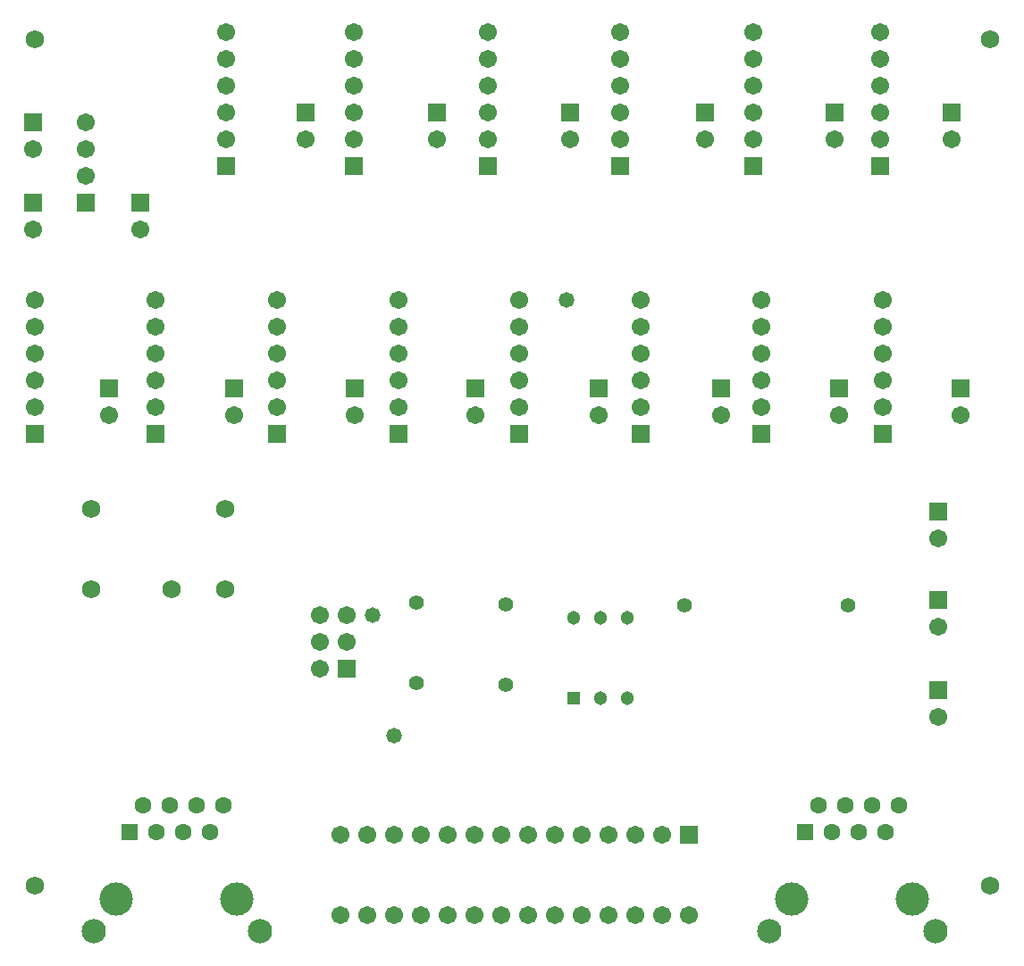
<source format=gbs>
G04*
G04 #@! TF.GenerationSoftware,Altium Limited,Altium Designer,19.0.10 (269)*
G04*
G04 Layer_Color=16711935*
%FSLAX25Y25*%
%MOIN*%
G70*
G01*
G75*
%ADD23C,0.06800*%
%ADD26C,0.06706*%
%ADD27R,0.06706X0.06706*%
%ADD28C,0.09068*%
%ADD29C,0.06312*%
%ADD30R,0.06312X0.06312*%
%ADD31C,0.12414*%
%ADD32R,0.05131X0.05131*%
%ADD33C,0.05131*%
%ADD34C,0.05524*%
%ADD35C,0.06902*%
%ADD36C,0.05800*%
D23*
X17500Y353500D02*
D03*
X374000D02*
D03*
X17500Y37500D02*
D03*
X374000D02*
D03*
D26*
X91846Y213000D02*
D03*
X137000D02*
D03*
X182000D02*
D03*
X228000D02*
D03*
X273500D02*
D03*
X317500D02*
D03*
X363000D02*
D03*
X45342D02*
D03*
X316000Y316000D02*
D03*
X359500D02*
D03*
X267500D02*
D03*
X217346D02*
D03*
X167500D02*
D03*
X118500D02*
D03*
X17000Y282500D02*
D03*
X36500Y322500D02*
D03*
Y312500D02*
D03*
Y302500D02*
D03*
X131500Y26500D02*
D03*
X141500D02*
D03*
X151500D02*
D03*
X161500D02*
D03*
X171500D02*
D03*
X181500D02*
D03*
X191500D02*
D03*
X201500D02*
D03*
X211500D02*
D03*
X221500D02*
D03*
X231500D02*
D03*
X241500D02*
D03*
X251500D02*
D03*
X261500D02*
D03*
X131500Y56500D02*
D03*
X141500D02*
D03*
X151500D02*
D03*
X161500D02*
D03*
X171500D02*
D03*
X181500D02*
D03*
X191500D02*
D03*
X201500D02*
D03*
X211500D02*
D03*
X221500D02*
D03*
X231500D02*
D03*
X241500D02*
D03*
X251500D02*
D03*
X17000Y312500D02*
D03*
X57000Y282500D02*
D03*
X89000Y316000D02*
D03*
Y326000D02*
D03*
Y336000D02*
D03*
Y346000D02*
D03*
Y356000D02*
D03*
X136500Y316000D02*
D03*
Y326000D02*
D03*
Y336000D02*
D03*
Y346000D02*
D03*
Y356000D02*
D03*
X186500Y316000D02*
D03*
Y326000D02*
D03*
Y336000D02*
D03*
Y346000D02*
D03*
Y356000D02*
D03*
X236000Y316000D02*
D03*
Y326000D02*
D03*
Y336000D02*
D03*
Y346000D02*
D03*
Y356000D02*
D03*
X285500Y316000D02*
D03*
Y326000D02*
D03*
Y336000D02*
D03*
Y346000D02*
D03*
Y356000D02*
D03*
X333000Y316000D02*
D03*
Y326000D02*
D03*
Y336000D02*
D03*
Y346000D02*
D03*
Y356000D02*
D03*
X124000Y118500D02*
D03*
X134000Y128500D02*
D03*
X124000D02*
D03*
X134000Y138500D02*
D03*
X124000D02*
D03*
X354500Y100500D02*
D03*
Y134000D02*
D03*
Y167000D02*
D03*
X333804Y216039D02*
D03*
Y226039D02*
D03*
Y236039D02*
D03*
Y246039D02*
D03*
Y256039D02*
D03*
X288618Y216039D02*
D03*
Y226039D02*
D03*
Y236039D02*
D03*
Y246039D02*
D03*
Y256039D02*
D03*
X243432Y216039D02*
D03*
Y226039D02*
D03*
Y236039D02*
D03*
Y246039D02*
D03*
Y256039D02*
D03*
X198245Y216039D02*
D03*
Y226039D02*
D03*
Y236039D02*
D03*
Y246039D02*
D03*
Y256039D02*
D03*
X153059Y216039D02*
D03*
Y226039D02*
D03*
Y236039D02*
D03*
Y246039D02*
D03*
Y256039D02*
D03*
X107873Y216039D02*
D03*
Y226039D02*
D03*
Y236039D02*
D03*
Y246039D02*
D03*
Y256039D02*
D03*
X62686Y216039D02*
D03*
Y226039D02*
D03*
Y236039D02*
D03*
Y246039D02*
D03*
Y256039D02*
D03*
X17500Y216039D02*
D03*
Y226039D02*
D03*
Y236039D02*
D03*
Y246039D02*
D03*
Y256039D02*
D03*
D27*
X91846Y223000D02*
D03*
X137000D02*
D03*
X182000D02*
D03*
X228000D02*
D03*
X273500D02*
D03*
X317500D02*
D03*
X363000D02*
D03*
X45342D02*
D03*
X316000Y326000D02*
D03*
X359500D02*
D03*
X267500D02*
D03*
X217346D02*
D03*
X167500D02*
D03*
X118500D02*
D03*
X17000Y292500D02*
D03*
X36500D02*
D03*
X261500Y56500D02*
D03*
X17000Y322500D02*
D03*
X57000Y292500D02*
D03*
X89000Y306000D02*
D03*
X136500D02*
D03*
X186500D02*
D03*
X236000D02*
D03*
X285500D02*
D03*
X333000D02*
D03*
X134000Y118500D02*
D03*
X354500Y110500D02*
D03*
Y144000D02*
D03*
Y177000D02*
D03*
X333804Y206039D02*
D03*
X288618D02*
D03*
X243432D02*
D03*
X198245D02*
D03*
X153059D02*
D03*
X107873D02*
D03*
X62686D02*
D03*
X17500D02*
D03*
D28*
X353504Y20492D02*
D03*
X291496D02*
D03*
X101504D02*
D03*
X39496D02*
D03*
D29*
X340000Y67500D02*
D03*
X330000D02*
D03*
X320000D02*
D03*
X310000D02*
D03*
X335000Y57500D02*
D03*
X325000D02*
D03*
X315000D02*
D03*
X88000Y67500D02*
D03*
X78000D02*
D03*
X68000D02*
D03*
X58000D02*
D03*
X83000Y57500D02*
D03*
X73000D02*
D03*
X63000D02*
D03*
D30*
X305000D02*
D03*
X53000D02*
D03*
D31*
X345000Y32500D02*
D03*
X300000D02*
D03*
X93000D02*
D03*
X48000D02*
D03*
D32*
X218500Y107500D02*
D03*
D33*
X228500D02*
D03*
X238500D02*
D03*
Y137500D02*
D03*
X228500D02*
D03*
X218500D02*
D03*
D34*
X321024Y142000D02*
D03*
X260000D02*
D03*
X193232Y142500D02*
D03*
Y112500D02*
D03*
X159768Y143000D02*
D03*
Y113000D02*
D03*
D35*
X68500Y148000D02*
D03*
X38500D02*
D03*
X88500D02*
D03*
X38500Y178000D02*
D03*
X88500D02*
D03*
D36*
X151500Y93500D02*
D03*
X143500Y138500D02*
D03*
X216000Y256039D02*
D03*
M02*

</source>
